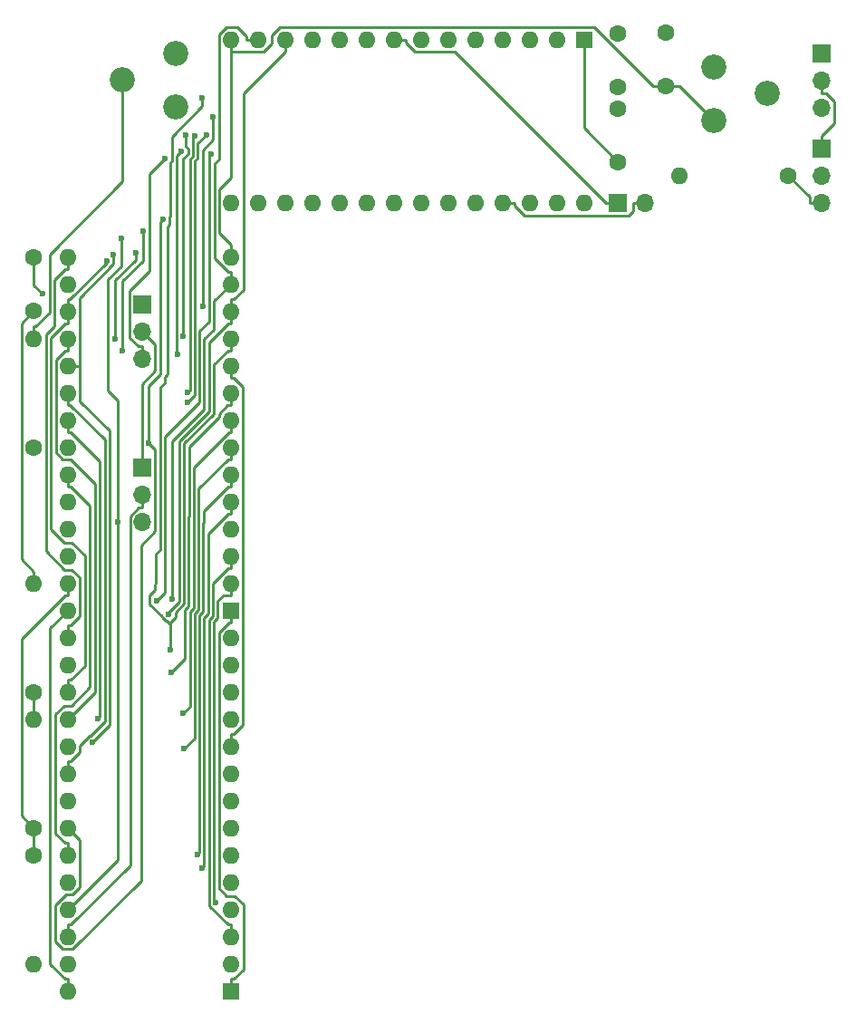
<source format=gtl>
G04 #@! TF.GenerationSoftware,KiCad,Pcbnew,(6.0.5)*
G04 #@! TF.CreationDate,2023-01-02T22:47:36+01:00*
G04 #@! TF.ProjectId,C128DCR Dual SID,43313238-4443-4522-9044-75616c205349,D*
G04 #@! TF.SameCoordinates,Original*
G04 #@! TF.FileFunction,Copper,L1,Top*
G04 #@! TF.FilePolarity,Positive*
%FSLAX46Y46*%
G04 Gerber Fmt 4.6, Leading zero omitted, Abs format (unit mm)*
G04 Created by KiCad (PCBNEW (6.0.5)) date 2023-01-02 22:47:36*
%MOMM*%
%LPD*%
G01*
G04 APERTURE LIST*
G04 #@! TA.AperFunction,ComponentPad*
%ADD10R,1.600000X1.600000*%
G04 #@! TD*
G04 #@! TA.AperFunction,ComponentPad*
%ADD11O,1.600000X1.600000*%
G04 #@! TD*
G04 #@! TA.AperFunction,ComponentPad*
%ADD12C,1.600000*%
G04 #@! TD*
G04 #@! TA.AperFunction,ComponentPad*
%ADD13R,1.700000X1.700000*%
G04 #@! TD*
G04 #@! TA.AperFunction,ComponentPad*
%ADD14O,1.700000X1.700000*%
G04 #@! TD*
G04 #@! TA.AperFunction,ComponentPad*
%ADD15C,2.340000*%
G04 #@! TD*
G04 #@! TA.AperFunction,ViaPad*
%ADD16C,0.600000*%
G04 #@! TD*
G04 #@! TA.AperFunction,Conductor*
%ADD17C,0.250000*%
G04 #@! TD*
G04 APERTURE END LIST*
D10*
X121920000Y-123190000D03*
D11*
X121920000Y-120650000D03*
X121920000Y-118110000D03*
X121920000Y-115570000D03*
X121920000Y-113030000D03*
X121920000Y-110490000D03*
X121920000Y-107950000D03*
X121920000Y-105410000D03*
X121920000Y-102870000D03*
X121920000Y-100330000D03*
X121920000Y-97790000D03*
X121920000Y-95250000D03*
X121920000Y-92710000D03*
X121920000Y-90170000D03*
X106680000Y-90170000D03*
X106680000Y-92710000D03*
X106680000Y-95250000D03*
X106680000Y-97790000D03*
X106680000Y-100330000D03*
X106680000Y-102870000D03*
X106680000Y-105410000D03*
X106680000Y-107950000D03*
X106680000Y-110490000D03*
X106680000Y-113030000D03*
X106680000Y-115570000D03*
X106680000Y-118110000D03*
X106680000Y-120650000D03*
X106680000Y-123190000D03*
D12*
X158115000Y-69255000D03*
X158115000Y-74255000D03*
X158115000Y-81280000D03*
X158115000Y-76280000D03*
X103505000Y-130830000D03*
D11*
X103505000Y-120670000D03*
D10*
X121920000Y-158750000D03*
D11*
X121920000Y-156210000D03*
X121920000Y-153670000D03*
X121920000Y-151130000D03*
X121920000Y-148590000D03*
X121920000Y-146050000D03*
X121920000Y-143510000D03*
X121920000Y-140970000D03*
X121920000Y-138430000D03*
X121920000Y-135890000D03*
X121920000Y-133350000D03*
X121920000Y-130810000D03*
X121920000Y-128270000D03*
X121920000Y-125730000D03*
X106680000Y-125730000D03*
X106680000Y-128270000D03*
X106680000Y-130810000D03*
X106680000Y-133350000D03*
X106680000Y-135890000D03*
X106680000Y-138430000D03*
X106680000Y-140970000D03*
X106680000Y-143510000D03*
X106680000Y-146050000D03*
X106680000Y-148590000D03*
X106680000Y-151130000D03*
X106680000Y-153670000D03*
X106680000Y-156210000D03*
X106680000Y-158750000D03*
D10*
X154955000Y-69845000D03*
D11*
X152415000Y-69845000D03*
X149875000Y-69845000D03*
X147335000Y-69845000D03*
X144795000Y-69845000D03*
X142255000Y-69845000D03*
X139715000Y-69845000D03*
X137175000Y-69845000D03*
X134635000Y-69845000D03*
X132095000Y-69845000D03*
X129555000Y-69845000D03*
X127015000Y-69845000D03*
X124475000Y-69845000D03*
X121935000Y-69845000D03*
X121935000Y-85085000D03*
X124475000Y-85085000D03*
X127015000Y-85085000D03*
X129555000Y-85085000D03*
X132095000Y-85085000D03*
X134635000Y-85085000D03*
X137175000Y-85085000D03*
X139715000Y-85085000D03*
X142255000Y-85085000D03*
X144795000Y-85085000D03*
X147335000Y-85085000D03*
X149875000Y-85085000D03*
X152415000Y-85085000D03*
X154955000Y-85085000D03*
D13*
X158115000Y-85090000D03*
D14*
X160655000Y-85090000D03*
D13*
X113665000Y-94630000D03*
D14*
X113665000Y-97170000D03*
X113665000Y-99710000D03*
D12*
X103505000Y-107950000D03*
D11*
X103505000Y-97790000D03*
D12*
X173990000Y-82550000D03*
D11*
X163830000Y-82550000D03*
D12*
X103505000Y-146050000D03*
D11*
X103505000Y-156210000D03*
D12*
X103505000Y-143510000D03*
D11*
X103505000Y-133350000D03*
D15*
X116800000Y-71120000D03*
X111800000Y-73620000D03*
X116800000Y-76120000D03*
D13*
X113665000Y-109855000D03*
D14*
X113665000Y-112395000D03*
X113665000Y-114935000D03*
D13*
X177165000Y-71120000D03*
D14*
X177165000Y-73660000D03*
X177165000Y-76200000D03*
D12*
X162560000Y-69215000D03*
X162560000Y-74215000D03*
X103505000Y-90210000D03*
X103505000Y-95210000D03*
D13*
X177165000Y-80010000D03*
D14*
X177165000Y-82550000D03*
X177165000Y-85090000D03*
D15*
X167045000Y-77405000D03*
X172045000Y-74905000D03*
X167045000Y-72405000D03*
D16*
X109455200Y-133301200D03*
X120506300Y-150500800D03*
X115559300Y-86642200D03*
X114226800Y-107574500D03*
X119210900Y-147281600D03*
X117287600Y-80283300D03*
X116935500Y-99271500D03*
X111344300Y-114897900D03*
X111645600Y-88439800D03*
X118786400Y-146023200D03*
X117866600Y-103755100D03*
X119600000Y-78783500D03*
X115757800Y-80954200D03*
X120042700Y-80534800D03*
X114961600Y-122285500D03*
X117449400Y-97576800D03*
X117732500Y-78769500D03*
X116328800Y-128977700D03*
X119260900Y-94747500D03*
X120210900Y-77082500D03*
X119225000Y-75284000D03*
X116242300Y-126828300D03*
X116097300Y-123554200D03*
X116454200Y-122131700D03*
X110319500Y-90575600D03*
X113022300Y-89736400D03*
X111098900Y-97790000D03*
X110944900Y-89909000D03*
X108995500Y-135497200D03*
X113671100Y-87771600D03*
X111748500Y-98887300D03*
X117560400Y-136088500D03*
X117885000Y-102832500D03*
X118537200Y-78896200D03*
X117467500Y-132820900D03*
X104299000Y-93622500D03*
D17*
X121727200Y-124315300D02*
X121920000Y-124315300D01*
X120794700Y-125247800D02*
X121727200Y-124315300D01*
X120794700Y-149126000D02*
X120794700Y-125247800D01*
X121920000Y-123190000D02*
X121920000Y-124315300D01*
X121528700Y-149860000D02*
X120794700Y-149126000D01*
X123089700Y-150694000D02*
X122255700Y-149860000D01*
X122255700Y-149860000D02*
X121528700Y-149860000D01*
X122201300Y-157624700D02*
X123089700Y-156736300D01*
X121920000Y-158750000D02*
X121920000Y-157624700D01*
X123089700Y-156736300D02*
X123089700Y-150694000D01*
X121920000Y-157624700D02*
X122201300Y-157624700D01*
X106961300Y-106535300D02*
X109644200Y-109218200D01*
X109644200Y-133112200D02*
X109455200Y-133301200D01*
X106680000Y-106535300D02*
X106961300Y-106535300D01*
X109644200Y-109218200D02*
X109644200Y-133112200D01*
X106680000Y-105410000D02*
X106680000Y-106535300D01*
X120681900Y-122310000D02*
X121216600Y-121775300D01*
X120506300Y-150500800D02*
X120325100Y-150319600D01*
X121920000Y-120650000D02*
X121920000Y-121775300D01*
X120325100Y-124240400D02*
X120681900Y-123883600D01*
X121216600Y-121775300D02*
X121920000Y-121775300D01*
X120325100Y-150319600D02*
X120325100Y-124240400D01*
X120681900Y-123883600D02*
X120681900Y-122310000D01*
X107805400Y-149058600D02*
X107148600Y-149715400D01*
X106680000Y-143510000D02*
X107805400Y-144635400D01*
X114840300Y-115756100D02*
X114840300Y-108188000D01*
X113509400Y-148450600D02*
X113509400Y-117087000D01*
X106205900Y-154840100D02*
X107119900Y-154840100D01*
X105506500Y-154140700D02*
X106205900Y-154840100D01*
X114226800Y-102192000D02*
X114226800Y-107574500D01*
X115330800Y-101088000D02*
X114226800Y-102192000D01*
X115559300Y-86642200D02*
X115330800Y-86870700D01*
X114840300Y-108188000D02*
X114226800Y-107574500D01*
X106494600Y-149715400D02*
X105506500Y-150703500D01*
X107119900Y-154840100D02*
X113509400Y-148450600D01*
X107805400Y-144635400D02*
X107805400Y-149058600D01*
X107148600Y-149715400D02*
X106494600Y-149715400D01*
X113509400Y-117087000D02*
X114840300Y-115756100D01*
X105506500Y-150703500D02*
X105506500Y-154140700D01*
X115330800Y-86870700D02*
X115330800Y-101088000D01*
X120231600Y-120642400D02*
X121638700Y-119235300D01*
X121920000Y-118110000D02*
X121920000Y-119235300D01*
X121638700Y-152544700D02*
X119874800Y-150780800D01*
X120231600Y-123697000D02*
X120231600Y-120642400D01*
X119874800Y-150780800D02*
X119874800Y-124053800D01*
X121920000Y-152544700D02*
X121638700Y-152544700D01*
X121920000Y-153670000D02*
X121920000Y-152544700D01*
X119874800Y-124053800D02*
X120231600Y-123697000D01*
X121638700Y-119235300D02*
X121920000Y-119235300D01*
X108728100Y-113382100D02*
X108728100Y-130354000D01*
X108728100Y-130354000D02*
X107002100Y-132080000D01*
X106314100Y-132080000D02*
X105506300Y-132887800D01*
X106398700Y-144924700D02*
X106680000Y-144924700D01*
X106680000Y-110490000D02*
X106680000Y-111615300D01*
X106680000Y-111615300D02*
X106961300Y-111615300D01*
X105506300Y-132887800D02*
X105506300Y-144032300D01*
X105506300Y-144032300D02*
X106398700Y-144924700D01*
X106961300Y-111615300D02*
X108728100Y-113382100D01*
X107002100Y-132080000D02*
X106314100Y-132080000D01*
X106680000Y-146050000D02*
X106680000Y-144924700D01*
X116884500Y-80686400D02*
X116884500Y-97257400D01*
X116824100Y-99160100D02*
X116935500Y-99271500D01*
X117287600Y-80283300D02*
X116884500Y-80686400D01*
X121920000Y-113030000D02*
X121920000Y-114155300D01*
X119781300Y-116012600D02*
X121638600Y-114155300D01*
X121638600Y-114155300D02*
X121920000Y-114155300D01*
X119424500Y-123867200D02*
X119781300Y-123510400D01*
X116824100Y-97317800D02*
X116824100Y-99160100D01*
X119210900Y-147281600D02*
X119424500Y-147068000D01*
X119424500Y-147068000D02*
X119424500Y-123867200D01*
X119781300Y-123510400D02*
X119781300Y-116012600D01*
X116884500Y-97257400D02*
X116824100Y-97317800D01*
X159102500Y-86275200D02*
X149369200Y-86275200D01*
X110449300Y-102655700D02*
X111344300Y-103550700D01*
X159479700Y-85898000D02*
X159102500Y-86275200D01*
X147335000Y-85085000D02*
X148460300Y-85085000D01*
X149369200Y-86275200D02*
X148460300Y-85366300D01*
X110449300Y-92254100D02*
X110449300Y-102655700D01*
X106680000Y-151130000D02*
X111344300Y-146465700D01*
X160655000Y-85090000D02*
X159479700Y-85090000D01*
X111344300Y-103550700D02*
X111344300Y-114897900D01*
X111645600Y-91057800D02*
X110449300Y-92254100D01*
X111645600Y-88439800D02*
X111645600Y-91057800D01*
X111344300Y-146465700D02*
X111344300Y-114897900D01*
X148460300Y-85366300D02*
X148460300Y-85085000D01*
X159479700Y-85090000D02*
X159479700Y-85898000D01*
X121638700Y-111615300D02*
X121920000Y-111615300D01*
X118813500Y-79570000D02*
X118813500Y-80915600D01*
X119343700Y-113910300D02*
X121638700Y-111615300D01*
X119331000Y-114980400D02*
X119343700Y-114967700D01*
X119331000Y-123323800D02*
X119331000Y-114980400D01*
X118813500Y-80915600D02*
X118525100Y-81204000D01*
X118786400Y-146023200D02*
X118974200Y-145835400D01*
X119600000Y-78783500D02*
X118813500Y-79570000D01*
X118525100Y-81204000D02*
X118525100Y-103096600D01*
X118974200Y-123680600D02*
X119331000Y-123323800D01*
X121920000Y-110490000D02*
X121920000Y-111615300D01*
X118974200Y-145835400D02*
X118974200Y-123680600D01*
X119343700Y-114967700D02*
X119343700Y-113910300D01*
X118525100Y-103096600D02*
X117866600Y-103755100D01*
X114305500Y-91472300D02*
X114305500Y-82406500D01*
X112473800Y-97710800D02*
X112473800Y-93304000D01*
X112473800Y-93304000D02*
X114305500Y-91472300D01*
X113297700Y-98534700D02*
X112473800Y-97710800D01*
X114305500Y-82406500D02*
X115757800Y-80954200D01*
X113665000Y-98534700D02*
X113297700Y-98534700D01*
X113665000Y-99710000D02*
X113665000Y-98534700D01*
X106680000Y-157624700D02*
X106398700Y-157624700D01*
X118975400Y-103729100D02*
X115741000Y-106963500D01*
X119886200Y-96187900D02*
X118975400Y-97098700D01*
X115741000Y-121506100D02*
X114961600Y-122285500D01*
X105010500Y-156236500D02*
X105010500Y-124859500D01*
X118975400Y-97098700D02*
X118975400Y-103729100D01*
X106398700Y-157624700D02*
X105010500Y-156236500D01*
X105010500Y-124859500D02*
X106680000Y-123190000D01*
X119886200Y-80691300D02*
X119886200Y-96187900D01*
X106680000Y-158750000D02*
X106680000Y-157624700D01*
X120042700Y-80534800D02*
X119886200Y-80691300D01*
X115741000Y-106963500D02*
X115741000Y-121506100D01*
X117623300Y-127683200D02*
X117623300Y-123120800D01*
X117732500Y-78769500D02*
X117732500Y-79843800D01*
X117623300Y-123120800D02*
X117980100Y-122764000D01*
X120794700Y-104808400D02*
X121607800Y-103995300D01*
X117992800Y-114407900D02*
X117992800Y-107881500D01*
X120794700Y-105079600D02*
X120794700Y-104808400D01*
X121920000Y-102870000D02*
X121920000Y-103995300D01*
X117912900Y-80024200D02*
X117912900Y-80542400D01*
X117912900Y-80542400D02*
X117449400Y-81005900D01*
X116328800Y-128977700D02*
X117623300Y-127683200D01*
X117980100Y-122764000D02*
X117980100Y-114420600D01*
X117732500Y-79843800D02*
X117912900Y-80024200D01*
X117449400Y-81005900D02*
X117449400Y-97576800D01*
X121607800Y-103995300D02*
X121920000Y-103995300D01*
X117992800Y-107881500D02*
X120794700Y-105079600D01*
X117980100Y-114420600D02*
X117992800Y-114407900D01*
X123045300Y-102299200D02*
X122201400Y-101455300D01*
X119263800Y-80179300D02*
X120243900Y-79199200D01*
X122201300Y-134764700D02*
X123045300Y-133920700D01*
X119263800Y-94744600D02*
X119263800Y-80179300D01*
X121920000Y-135890000D02*
X121920000Y-134764700D01*
X120243900Y-79199200D02*
X120243900Y-77115500D01*
X123045300Y-133920700D02*
X123045300Y-102299200D01*
X122201400Y-101455300D02*
X121920000Y-101455300D01*
X120243900Y-77115500D02*
X120210900Y-77082500D01*
X121920000Y-100330000D02*
X121920000Y-101455300D01*
X121920000Y-134764700D02*
X122201300Y-134764700D01*
X119260900Y-94747500D02*
X119263800Y-94744600D01*
X117542500Y-107599700D02*
X120332800Y-104809400D01*
X114308700Y-122589400D02*
X115472000Y-123752700D01*
X117529800Y-114234000D02*
X117542400Y-114221400D01*
X115781200Y-101345500D02*
X115781200Y-101864100D01*
X116722700Y-123850900D02*
X116722700Y-123384500D01*
X115898800Y-124179500D02*
X116146500Y-124427100D01*
X117542400Y-114221400D02*
X117542400Y-114124200D01*
X116184600Y-87164000D02*
X116006400Y-87342200D01*
X115472000Y-123813200D02*
X115838300Y-124179500D01*
X116184600Y-86436700D02*
X116184600Y-87164000D01*
X116242300Y-124523000D02*
X116242300Y-126828300D01*
X117529800Y-122577400D02*
X117529800Y-114234000D01*
X119225000Y-76091100D02*
X116383100Y-78933000D01*
X117542500Y-114124100D02*
X117542500Y-107599700D01*
X116274500Y-81321900D02*
X116274500Y-86346800D01*
X116146500Y-124427100D02*
X116722700Y-123850900D01*
X115290600Y-102354700D02*
X115290600Y-117509000D01*
X116146500Y-124427100D02*
X116242300Y-124523000D01*
X120332800Y-100221100D02*
X121638600Y-98915300D01*
X116006400Y-87342200D02*
X116006400Y-101120300D01*
X115781200Y-101864100D02*
X115290600Y-102354700D01*
X121920000Y-97790000D02*
X121920000Y-98915300D01*
X114840400Y-120772100D02*
X114840400Y-121233600D01*
X116006400Y-101120300D02*
X115781200Y-101345500D01*
X117542400Y-114124200D02*
X117542500Y-114124100D01*
X114840400Y-121233600D02*
X114308700Y-121765300D01*
X120332800Y-104809400D02*
X120332800Y-100221100D01*
X121638600Y-98915300D02*
X121920000Y-98915300D01*
X116722700Y-123384500D02*
X117529800Y-122577400D01*
X114921500Y-117878100D02*
X114921500Y-120691000D01*
X116274500Y-86346800D02*
X116184600Y-86436700D01*
X115290600Y-117509000D02*
X114921500Y-117878100D01*
X114308700Y-121765300D02*
X114308700Y-122589400D01*
X116383100Y-81213300D02*
X116274500Y-81321900D01*
X116383100Y-78933000D02*
X116383100Y-81213300D01*
X115838300Y-124179500D02*
X115898800Y-124179500D01*
X119225000Y-75284000D02*
X119225000Y-76091100D01*
X115472000Y-123752700D02*
X115472000Y-123813200D01*
X114921500Y-120691000D02*
X114840400Y-120772100D01*
X127015000Y-70970300D02*
X123090800Y-74894500D01*
X123090800Y-93235200D02*
X122201300Y-94124700D01*
X121920000Y-95250000D02*
X121920000Y-96375300D01*
X122201300Y-94124700D02*
X121920000Y-94124700D01*
X117079500Y-122390800D02*
X117079500Y-107425800D01*
X121638600Y-96375300D02*
X121920000Y-96375300D01*
X121920000Y-95250000D02*
X121920000Y-94124700D01*
X119882500Y-98131400D02*
X121638600Y-96375300D01*
X127015000Y-69845000D02*
X127015000Y-70970300D01*
X116097300Y-123373000D02*
X117079500Y-122390800D01*
X123090800Y-74894500D02*
X123090800Y-93235200D01*
X119882500Y-104622800D02*
X119882500Y-98131400D01*
X117079500Y-107425800D02*
X119882500Y-104622800D01*
X116097300Y-123554200D02*
X116097300Y-123373000D01*
X123349700Y-69563700D02*
X123349700Y-69845000D01*
X120357800Y-90285600D02*
X120357800Y-81470100D01*
X120858200Y-80969700D02*
X120858200Y-73916500D01*
X119425800Y-97843500D02*
X120336600Y-96932700D01*
X116454200Y-107414200D02*
X119425800Y-104442600D01*
X120357800Y-81470100D02*
X120858200Y-80969700D01*
X122484700Y-68698700D02*
X123349700Y-69563700D01*
X121920000Y-92710000D02*
X121920000Y-91584700D01*
X121486000Y-68698700D02*
X122484700Y-68698700D01*
X124475000Y-69845000D02*
X123349700Y-69845000D01*
X121656900Y-91584700D02*
X120357800Y-90285600D01*
X120802300Y-69382400D02*
X121486000Y-68698700D01*
X120802300Y-73860600D02*
X120802300Y-69382400D01*
X120336600Y-96932700D02*
X120336600Y-94293400D01*
X119425800Y-104442600D02*
X119425800Y-97843500D01*
X120858200Y-73916500D02*
X120802300Y-73860600D01*
X116454200Y-122131700D02*
X116454200Y-107414200D01*
X120336600Y-94293400D02*
X121920000Y-92710000D01*
X121920000Y-91584700D02*
X121656900Y-91584700D01*
X125745000Y-70201800D02*
X125745000Y-69460600D01*
X121935000Y-82734400D02*
X121935000Y-70970300D01*
X124976500Y-70970300D02*
X125745000Y-70201800D01*
X162560000Y-74215000D02*
X163855000Y-74215000D01*
X102372000Y-118411700D02*
X102372000Y-96343000D01*
X102372000Y-96343000D02*
X103505000Y-95210000D01*
X161399400Y-74215000D02*
X162560000Y-74215000D01*
X103505000Y-119544700D02*
X102372000Y-118411700D01*
X103505000Y-120670000D02*
X103505000Y-119544700D01*
X126486000Y-68719600D02*
X155904000Y-68719600D01*
X121920000Y-90170000D02*
X121920000Y-89044700D01*
X125745000Y-69460600D02*
X126486000Y-68719600D01*
X120809700Y-83859700D02*
X121935000Y-82734400D01*
X163855000Y-74215000D02*
X167045000Y-77405000D01*
X120809700Y-87934400D02*
X120809700Y-83859700D01*
X121935000Y-70970300D02*
X124976500Y-70970300D01*
X155904000Y-68719600D02*
X161399400Y-74215000D01*
X121920000Y-89044700D02*
X120809700Y-87934400D01*
X121935000Y-69845000D02*
X121935000Y-70970300D01*
X104630300Y-117657800D02*
X104630300Y-97384100D01*
X106352500Y-119380000D02*
X104630300Y-117657800D01*
X106680000Y-90170000D02*
X106680000Y-91295300D01*
X106680000Y-124604700D02*
X106961400Y-124604700D01*
X107805300Y-120127900D02*
X107057400Y-119380000D01*
X104630300Y-97384100D02*
X105408100Y-96606300D01*
X107057400Y-119380000D02*
X106352500Y-119380000D01*
X107805300Y-123760800D02*
X107805300Y-120127900D01*
X106680000Y-125730000D02*
X106680000Y-124604700D01*
X106398700Y-91295300D02*
X106680000Y-91295300D01*
X106961400Y-124604700D02*
X107805300Y-123760800D01*
X105408100Y-96606300D02*
X105408100Y-92285900D01*
X105408100Y-92285900D02*
X106398700Y-91295300D01*
X105080700Y-115597900D02*
X105080700Y-97756700D01*
X106462100Y-96375300D02*
X106680000Y-96375300D01*
X106680000Y-95250000D02*
X106680000Y-96375300D01*
X108277700Y-128368300D02*
X108277700Y-118096800D01*
X106680000Y-129684700D02*
X106961300Y-129684700D01*
X105080700Y-97756700D02*
X106462100Y-96375300D01*
X106680000Y-95250000D02*
X106680000Y-94124700D01*
X106869400Y-94124700D02*
X110319500Y-90674600D01*
X106961300Y-129684700D02*
X108277700Y-128368300D01*
X108277700Y-118096800D02*
X107020900Y-116840000D01*
X110319500Y-90674600D02*
X110319500Y-90575600D01*
X106680000Y-130810000D02*
X106680000Y-129684700D01*
X106680000Y-94124700D02*
X106869400Y-94124700D01*
X106322800Y-116840000D02*
X105080700Y-115597900D01*
X107020900Y-116840000D02*
X106322800Y-116840000D01*
X109193800Y-111338700D02*
X109193800Y-130836200D01*
X111098900Y-92340900D02*
X111098900Y-97790000D01*
X106680000Y-98915300D02*
X106398600Y-98915300D01*
X106213800Y-109075300D02*
X106930400Y-109075300D01*
X106930400Y-109075300D02*
X109193800Y-111338700D01*
X109193800Y-130836200D02*
X106680000Y-133350000D01*
X113022300Y-90417500D02*
X111098900Y-92340900D01*
X106398600Y-98915300D02*
X105554700Y-99759200D01*
X113022300Y-89736400D02*
X113022300Y-90417500D01*
X105554700Y-108416200D02*
X106213800Y-109075300D01*
X105554700Y-99759200D02*
X105554700Y-108416200D01*
X106680000Y-97790000D02*
X106680000Y-98915300D01*
X110944900Y-90834700D02*
X110944900Y-89909000D01*
X110565400Y-106412400D02*
X107805300Y-103652300D01*
X107805300Y-100330000D02*
X107805300Y-93974300D01*
X106680000Y-100330000D02*
X107805300Y-100330000D01*
X107805300Y-93974300D02*
X110944900Y-90834700D01*
X108995500Y-135497200D02*
X110565400Y-133927300D01*
X110565400Y-133927300D02*
X110565400Y-106412400D01*
X107805300Y-103652300D02*
X107805300Y-100330000D01*
X106680000Y-103995300D02*
X106872800Y-103995300D01*
X106680000Y-102870000D02*
X106680000Y-103995300D01*
X108824500Y-134871900D02*
X108736500Y-134871900D01*
X107805300Y-136460800D02*
X106961400Y-137304700D01*
X111748500Y-92427700D02*
X113671100Y-90505100D01*
X111748500Y-98887300D02*
X111748500Y-92427700D01*
X106961400Y-137304700D02*
X106680000Y-137304700D01*
X107805300Y-135803100D02*
X107805300Y-136460800D01*
X106680000Y-138430000D02*
X106680000Y-137304700D01*
X106872800Y-103995300D02*
X110115000Y-107237500D01*
X113671100Y-90505100D02*
X113671100Y-87771600D01*
X110115000Y-107237500D02*
X110115000Y-133581400D01*
X110115000Y-133581400D02*
X108824500Y-134871900D01*
X108736500Y-134871900D02*
X107805300Y-135803100D01*
X158115000Y-81280000D02*
X154955000Y-78120000D01*
X154955000Y-78120000D02*
X154955000Y-69845000D01*
X118074800Y-81017400D02*
X118074800Y-102642700D01*
X121920000Y-107950000D02*
X121920000Y-109075300D01*
X117560400Y-136088500D02*
X118523900Y-135125000D01*
X118363200Y-79070200D02*
X118363200Y-80729000D01*
X118363200Y-80729000D02*
X118074800Y-81017400D01*
X118880700Y-114793800D02*
X118893400Y-114781100D01*
X121638700Y-109075300D02*
X121920000Y-109075300D01*
X118893400Y-114781100D02*
X118893400Y-111820600D01*
X118880700Y-123137200D02*
X118880700Y-114793800D01*
X118074800Y-102642700D02*
X117885000Y-102832500D01*
X118523900Y-123494000D02*
X118880700Y-123137200D01*
X118893400Y-111820600D02*
X121638700Y-109075300D01*
X118537200Y-78896200D02*
X118363200Y-79070200D01*
X118523900Y-135125000D02*
X118523900Y-123494000D01*
X106680000Y-153670000D02*
X106680000Y-152544700D01*
X106961300Y-152544700D02*
X112489700Y-147016300D01*
X112489700Y-147016300D02*
X112489700Y-114378200D01*
X106680000Y-152544700D02*
X106961300Y-152544700D01*
X113297600Y-113570300D02*
X113665000Y-113570300D01*
X113665000Y-112395000D02*
X113665000Y-113570300D01*
X112489700Y-114378200D02*
X113297600Y-113570300D01*
X118430400Y-122950600D02*
X118430400Y-114607200D01*
X118443100Y-109819400D02*
X121727200Y-106535300D01*
X118073600Y-132214800D02*
X118073600Y-123307400D01*
X117467500Y-132820900D02*
X118073600Y-132214800D01*
X118073600Y-123307400D02*
X118430400Y-122950600D01*
X121727200Y-106535300D02*
X121920000Y-106535300D01*
X121920000Y-105410000D02*
X121920000Y-106535300D01*
X118430400Y-114607200D02*
X118443100Y-114594500D01*
X118443100Y-114594500D02*
X118443100Y-109819400D01*
X156939700Y-85090000D02*
X142820000Y-70970300D01*
X142820000Y-70970300D02*
X139144200Y-70970300D01*
X138300300Y-70126400D02*
X138300300Y-69845000D01*
X158115000Y-85090000D02*
X156939700Y-85090000D01*
X139144200Y-70970300D02*
X138300300Y-70126400D01*
X137175000Y-69845000D02*
X138300300Y-69845000D01*
X106398700Y-121775300D02*
X102364800Y-125809200D01*
X102364800Y-142369800D02*
X103505000Y-143510000D01*
X106680000Y-121775300D02*
X106398700Y-121775300D01*
X106680000Y-120650000D02*
X106680000Y-121775300D01*
X103505000Y-143510000D02*
X103505000Y-146050000D01*
X102364800Y-125809200D02*
X102364800Y-142369800D01*
X103505000Y-130830000D02*
X103505000Y-133350000D01*
X113594600Y-108609300D02*
X113594600Y-102048300D01*
X114842500Y-98347500D02*
X113665000Y-97170000D01*
X113594600Y-102048300D02*
X114842500Y-100800400D01*
X113665000Y-108679700D02*
X113594600Y-108609300D01*
X114842500Y-100800400D02*
X114842500Y-98347500D01*
X113665000Y-109855000D02*
X113665000Y-108679700D01*
X177165000Y-80010000D02*
X177165000Y-78834700D01*
X177532300Y-74835300D02*
X178340300Y-75643300D01*
X177165000Y-74835300D02*
X177532300Y-74835300D01*
X178340300Y-77659400D02*
X177165000Y-78834700D01*
X178340300Y-75643300D02*
X178340300Y-77659400D01*
X177165000Y-73660000D02*
X177165000Y-74835300D01*
X175989700Y-85090000D02*
X175989700Y-84549700D01*
X175989700Y-84549700D02*
X173990000Y-82550000D01*
X177165000Y-85090000D02*
X175989700Y-85090000D01*
X103505000Y-97790000D02*
X103505000Y-96664700D01*
X111800000Y-73620000D02*
X111800000Y-83117600D01*
X111800000Y-83117600D02*
X104953400Y-89964200D01*
X104953400Y-95357000D02*
X103645700Y-96664700D01*
X103645700Y-96664700D02*
X103505000Y-96664700D01*
X104953400Y-89964200D02*
X104953400Y-95357000D01*
X104299000Y-93622500D02*
X103505000Y-92828500D01*
X103505000Y-92828500D02*
X103505000Y-90210000D01*
M02*

</source>
